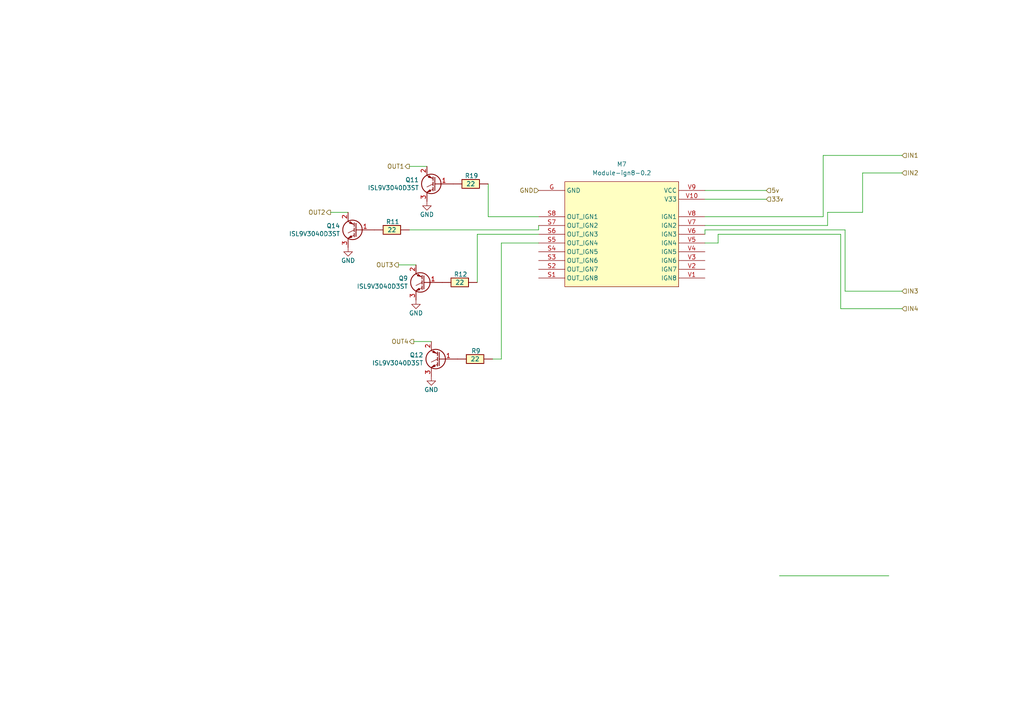
<source format=kicad_sch>
(kicad_sch (version 20231120) (generator "eeschema") (generator_version "8.0")
  (paper "A4")
  (lib_symbols
    (symbol "Device:Q_NIGBT_GCE" (pin_names (offset 0) hide)
      (property "Reference" "Q" (at 5.08 1.27 0))
      (property "Value" "Q_NIGBT_GCE" (at 5.08 -1.27 0))
      (symbol "Q_NIGBT_GCE_0_1"
        (polyline (pts (xy 0.762 -1.016) (xy 0.762 -2.032)) (stroke (width 0.254)))
        (polyline (pts (xy 0.762 0.508) (xy 0.762 -0.508)) (stroke (width 0.254)))
        (polyline (pts (xy 0.762 2.032) (xy 0.762 1.016)) (stroke (width 0.254)))
        (polyline (pts (xy 2.54 -2.413) (xy 0.762 -1.524)))
        (polyline (pts (xy 2.54 -0.889) (xy 0.762 0)))
        (polyline (pts (xy 2.54 2.413) (xy 0.762 1.524)))
        (polyline (pts (xy 0.254 1.905) (xy 0.254 -1.905) (xy 0.254 -1.905)) (stroke (width 0.254)))
        (polyline (pts (xy 1.397 -2.159) (xy 1.651 -1.651) (xy 2.54 -2.413) (xy 1.397 -2.159)) (fill (type outline)))
        (polyline (pts (xy 2.159 1.905) (xy 1.905 2.413) (xy 1.016 1.651) (xy 2.159 1.905)) (fill (type outline)))
        (circle (center 1.27 0) (radius 2.8194) (stroke (width 0.254)))
      )
      (symbol "Q_NIGBT_GCE_1_1"
        (pin input line (at -5.08 0 0) (length 5.334) (name "G") (number "1"))
        (pin passive line (at 2.54 5.08 270) (length 2.54) (name "C") (number "2"))
        (pin passive line (at 2.54 -5.08 90) (length 2.54) (name "E") (number "3"))
      )
    )
    (symbol "hellen-one-common:Res" (pin_numbers hide)
      (property "Reference" "R" (at 3.81 2.54 0))
      (property "Value" "Res" (at 5.08 -2.54 0))
      (symbol "Res_1_0"
        (rectangle (start 2.54 -1.27) (end 7.62 1.27) (stroke (width 0.254)) (fill (type background)))
        (pin passive line (at 0 0 0) (length 2.54) (name "") (number "1"))
        (pin passive line (at 10.16 0 180) (length 2.54) (name "") (number "2"))
      )
    )
    (symbol "ign8:Module-ign8-0.2"
      (property "Reference" "M" (at 0 0 0))
      (property "Value" "Module-ign8-0.2" (at 0 0 0))
      (symbol "Module-ign8-0.2_1_0"
        (rectangle (start 33.02 0) (end 0 -30.48) (fill (type background)))
        (pin passive line (at 40.64 -2.54 180) (length 7.62) (name "GND") (number "G"))
        (pin passive line (at 40.64 -27.94 180) (length 7.62) (name "OUT_IGN8") (number "S1"))
        (pin passive line (at 40.64 -25.4 180) (length 7.62) (name "OUT_IGN7") (number "S2"))
        (pin passive line (at 40.64 -22.86 180) (length 7.62) (name "OUT_IGN6") (number "S3"))
        (pin passive line (at 40.64 -20.32 180) (length 7.62) (name "OUT_IGN5") (number "S4"))
        (pin passive line (at 40.64 -17.78 180) (length 7.62) (name "OUT_IGN4") (number "S5"))
        (pin passive line (at 40.64 -15.24 180) (length 7.62) (name "OUT_IGN3") (number "S6"))
        (pin passive line (at 40.64 -12.7 180) (length 7.62) (name "OUT_IGN2") (number "S7"))
        (pin passive line (at 40.64 -10.16 180) (length 7.62) (name "OUT_IGN1") (number "S8"))
        (pin passive line (at -7.62 -27.94 0) (length 7.62) (name "IGN8") (number "V1"))
        (pin passive line (at -7.62 -5.08 0) (length 7.62) (name "V33") (number "V10"))
        (pin passive line (at -7.62 -25.4 0) (length 7.62) (name "IGN7") (number "V2"))
        (pin passive line (at -7.62 -22.86 0) (length 7.62) (name "IGN6") (number "V3"))
        (pin passive line (at -7.62 -20.32 0) (length 7.62) (name "IGN5") (number "V4"))
        (pin passive line (at -7.62 -17.78 0) (length 7.62) (name "IGN4") (number "V5"))
        (pin passive line (at -7.62 -15.24 0) (length 7.62) (name "IGN3") (number "V6"))
        (pin passive line (at -7.62 -12.7 0) (length 7.62) (name "IGN2") (number "V7"))
        (pin passive line (at -7.62 -10.16 0) (length 7.62) (name "IGN1") (number "V8"))
        (pin passive line (at -7.62 -2.54 0) (length 7.62) (name "VCC") (number "V9"))
      )
    )
    (symbol "power:GND" (power) (pin_names (offset 0))
      (property "Value" "GND" (at 0 -3.81 0))
      (symbol "GND_0_1"
        (polyline (pts (xy 0 0) (xy 0 -1.27) (xy 1.27 -1.27) (xy 0 -2.54) (xy -1.27 -1.27) (xy 0 -1.27)))
      )
      (symbol "GND_1_1"
        (pin power_in line (at 0 0 270) (length 0) hide (name "GND") (number "1"))
      )
    )
  )
  (wire (pts (xy 243.84 89.535) (xy 261.62 89.535)))
  (wire (pts (xy 245.11 84.455) (xy 261.62 84.455)))
  (wire (pts (xy 245.11 66.675) (xy 204.47 66.675)))
  (wire (pts (xy 156.21 67.945) (xy 138.43 67.945)))
  (wire (pts (xy 204.47 66.675) (xy 204.47 67.945)))
  (wire (pts (xy 156.21 70.485) (xy 145.415 70.485)))
  (wire (pts (xy 250.19 61.595) (xy 240.03 61.595)))
  (wire (pts (xy 118.745 48.26) (xy 123.825 48.26)))
  (wire (pts (xy 145.415 70.485) (xy 145.415 104.14)))
  (wire (pts (xy 115.57 76.835) (xy 120.65 76.835)))
  (wire (pts (xy 250.19 50.165) (xy 261.62 50.165)))
  (wire (pts (xy 141.605 62.865) (xy 141.605 53.34)))
  (wire (pts (xy 250.19 50.165) (xy 250.19 61.595)))
  (wire (pts (xy 226.06 167.005) (xy 257.81 167.005)))
  (wire (pts (xy 204.47 55.245) (xy 222.25 55.245)))
  (wire (pts (xy 156.21 66.675) (xy 156.21 65.405)))
  (wire (pts (xy 204.47 65.405) (xy 240.03 65.405)))
  (wire (pts (xy 243.84 67.945) (xy 208.28 67.945)))
  (wire (pts (xy 138.43 67.945) (xy 138.43 81.915)))
  (wire (pts (xy 208.28 67.945) (xy 208.28 70.485)))
  (wire (pts (xy 204.47 57.785) (xy 222.25 57.785)))
  (wire (pts (xy 95.885 61.595) (xy 100.965 61.595)))
  (wire (pts (xy 118.745 66.675) (xy 156.21 66.675)))
  (wire (pts (xy 208.28 70.485) (xy 204.47 70.485)))
  (wire (pts (xy 240.03 61.595) (xy 240.03 65.405)))
  (wire (pts (xy 245.11 84.455) (xy 245.11 66.675)))
  (wire (pts (xy 238.76 62.865) (xy 238.76 45.085)))
  (wire (pts (xy 238.76 45.085) (xy 261.62 45.085)))
  (wire (pts (xy 156.21 62.865) (xy 141.605 62.865)))
  (wire (pts (xy 204.47 62.865) (xy 238.76 62.865)))
  (wire (pts (xy 120.015 99.06) (xy 125.095 99.06)))
  (wire (pts (xy 142.875 104.14) (xy 145.415 104.14)))
  (wire (pts (xy 243.84 89.535) (xy 243.84 67.945)))
  (hierarchical_label "OUT1" (shape output) (at 118.745 48.26 180))
  (hierarchical_label "IN2" (shape input) (at 261.62 50.165 0))
  (hierarchical_label "33v" (shape input) (at 222.25 57.785 0))
  (hierarchical_label "IN1" (shape input) (at 261.62 45.085 0))
  (hierarchical_label "IN4" (shape input) (at 261.62 89.535 0))
  (hierarchical_label "GND" (shape input) (at 156.21 55.245 180))
  (hierarchical_label "IN3" (shape input) (at 261.62 84.455 0))
  (hierarchical_label "OUT4" (shape output) (at 120.015 99.06 180))
  (hierarchical_label "OUT2" (shape output) (at 95.885 61.595 180))
  (hierarchical_label "OUT3" (shape output) (at 115.57 76.835 180))
  (hierarchical_label "5v" (shape input) (at 222.25 55.245 0))
  (symbol (lib_id "Device:Q_NIGBT_GCE") (at 126.365 53.34 0) (mirror y) (unit 1)
    (property "Reference" "Q11" (at 121.5136 52.1716 0) (effects (justify left)))
    (property "Value" "ISL9V3040D3ST" (at 121.5136 54.483 0) (effects (justify left)))
    (property "Footprint" "Package_TO_SOT_SMD:TO-252-2" (effects (hide yes)))
    (property "LCSC" "C5350881" (effects (hide yes)))
  )
  (symbol (lib_id "Device:Q_NIGBT_GCE") (at 123.19 81.915 0) (mirror y) (unit 1)
    (property "Reference" "Q9" (at 118.3386 80.7466 0) (effects (justify left)))
    (property "Value" "ISL9V3040D3ST" (at 118.3386 83.058 0) (effects (justify left)))
    (property "Footprint" "Package_TO_SOT_SMD:TO-252-2" (effects (hide yes)))
    (property "LCSC" "C5350881" (effects (hide yes)))
  )
  (symbol (lib_id "power:GND") (at 100.965 71.755 0) (unit 1)
    (property "Reference" "#PWR014" (effects (hide yes)))
    (property "Value" "GND" (at 100.965 75.565 0))
    (property "Description" "Power symbol creates a global label with name \"GND\" , ground" (effects (hide yes)))
  )
  (symbol (lib_id "ign8:Module-ign8-0.2") (at 196.85 52.705 0) (mirror y) (unit 1)
    (property "Reference" "M7" (at 180.34 47.625 0))
    (property "Value" "Module-ign8-0.2" (at 180.34 50.165 0))
    (property "Footprint" "ign8-0.2:ign8" (effects (hide yes)))
    (property "Description" "Hellen-One 8-ch Ignition Module" (effects (hide yes)))
  )
  (symbol (lib_id "Device:Q_NIGBT_GCE") (at 103.505 66.675 0) (mirror y) (unit 1)
    (property "Reference" "Q14" (at 98.6536 65.5066 0) (effects (justify left)))
    (property "Value" "ISL9V3040D3ST" (at 98.6536 67.818 0) (effects (justify left)))
    (property "Footprint" "Package_TO_SOT_SMD:TO-252-2" (effects (hide yes)))
    (property "LCSC" "C5350881" (effects (hide yes)))
  )
  (symbol (lib_id "Device:Q_NIGBT_GCE") (at 127.635 104.14 0) (mirror y) (unit 1)
    (property "Reference" "Q12" (at 122.7836 102.9716 0) (effects (justify left)))
    (property "Value" "ISL9V3040D3ST" (at 122.7836 105.283 0) (effects (justify left)))
    (property "Footprint" "Package_TO_SOT_SMD:TO-252-2" (effects (hide yes)))
    (property "LCSC" "C5350881" (effects (hide yes)))
  )
  (symbol (lib_id "power:GND") (at 123.825 58.42 0) (unit 1)
    (property "Reference" "#PWR011" (effects (hide yes)))
    (property "Value" "GND" (at 123.825 62.23 0))
    (property "Description" "Power symbol creates a global label with name \"GND\" , ground" (effects (hide yes)))
  )
  (symbol (lib_id "hellen-one-common:Res") (at 132.715 104.14 0) (mirror x) (unit 1)
    (property "Reference" "R9" (at 138.037 101.7918 0))
    (property "Value" "22" (at 137.795 104.14 0))
    (property "Footprint" "hellen-one-common:R0603" (effects (hide yes)))
    (property "LCSC" "C23345" (effects (hide yes)))
  )
  (symbol (lib_id "hellen-one-common:Res") (at 128.27 81.915 0) (mirror x) (unit 1)
    (property "Reference" "R12" (at 133.592 79.5668 0))
    (property "Value" "22" (at 133.35 81.915 0))
    (property "Footprint" "hellen-one-common:R0603" (effects (hide yes)))
    (property "LCSC" "C23345" (effects (hide yes)))
  )
  (symbol (lib_id "hellen-one-common:Res") (at 108.585 66.675 0) (mirror x) (unit 1)
    (property "Reference" "R11" (at 113.907 64.3268 0))
    (property "Value" "22" (at 113.665 66.675 0))
    (property "Footprint" "hellen-one-common:R0603" (effects (hide yes)))
    (property "LCSC" "C23345" (effects (hide yes)))
  )
  (symbol (lib_id "power:GND") (at 120.65 86.995 0) (unit 1)
    (property "Reference" "#PWR09" (effects (hide yes)))
    (property "Value" "GND" (at 120.65 90.805 0))
    (property "Description" "Power symbol creates a global label with name \"GND\" , ground" (effects (hide yes)))
  )
  (symbol (lib_id "power:GND") (at 125.095 109.22 0) (unit 1)
    (property "Reference" "#PWR04" (effects (hide yes)))
    (property "Value" "GND" (at 125.095 113.03 0))
    (property "Description" "Power symbol creates a global label with name \"GND\" , ground" (effects (hide yes)))
  )
  (symbol (lib_id "hellen-one-common:Res") (at 131.445 53.34 0) (mirror x) (unit 1)
    (property "Reference" "R19" (at 136.767 50.9918 0))
    (property "Value" "22" (at 136.525 53.34 0))
    (property "Footprint" "hellen-one-common:R0603" (effects (hide yes)))
    (property "LCSC" "C23345" (effects (hide yes)))
  )
)
</source>
